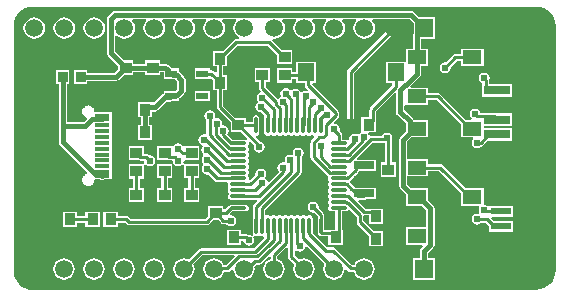
<source format=gtl>
8ebc24da6004435dabba0e82d969f979G04 Layer: TopLayer*
G04 EasyEDA v6.5.9, 2022-08-01 21:18:00*
G04 ac5e******************************************aa,10*
G04 Gerber Generator version 0.2*
G04 Scale: 100 percent, Rotated: No, Reflected: No *
G04 Dimensions in millimeters *
G04 leading zeros omitted , absolute positions ,4 integer and 5 decimal *
G04*
G04 #@! TF.GenerationSoftware,Altium Limited,Altium Designer,20.2.6 (244)*
G04*
G04 Layer_Physical_Order=1*
G04 Layer_Color=255*
%FSLAX25Y25*%
%MOIN*%
G70*
G04*
G04 #@! TF.SameCoordinates,744AB118-50EF-4DE2-90F7-856F24CC491D*
G04*
G04*
G04 #@! TF.FilePolarity,Positive*
G04*
G01*
G75*
%ADD11C,0.01000*%
%ADD16R,0.03661X0.03858*%
%ADD17R,0.06690X0.02560*%
%ADD18R,0.06690X0.01970*%
%ADD19R,0.06299X0.04724*%
%ADD20R,0.03858X0.03661*%
%ADD21R,0.09840X0.09250*%
%ADD22R,0.08660X0.03150*%
%ADD23O,0.05906X0.01063*%
%ADD24O,0.01063X0.05906*%
%ADD25R,0.05118X0.01181*%
%ADD26R,0.03175X0.03402*%
%ADD27R,0.06690X0.02360*%
%ADD28R,0.11420X0.05120*%
%ADD29R,0.05512X0.05906*%
%ADD30R,0.03937X0.02362*%
%ADD50C,0.01500*%
%ADD51O,0.07087X0.04724*%
%ADD52O,0.07874X0.04724*%
%ADD53C,0.05906*%
%ADD54R,0.05906X0.05906*%
%ADD55C,0.02400*%
G36*
X514245Y348758D02*
X515442Y348395D01*
X516545Y347805D01*
X517512Y347012D01*
X518305Y346045D01*
X518895Y344942D01*
X519258Y343745D01*
X519380Y342508D01*
X519378Y342500D01*
Y260900D01*
X519380Y260892D01*
X519258Y259655D01*
X518895Y258458D01*
X518305Y257355D01*
X517512Y256388D01*
X516545Y255595D01*
X515442Y255005D01*
X514245Y254642D01*
X513481Y254567D01*
X513000Y254522D01*
X512571Y254436D01*
X512549Y254421D01*
X345000D01*
X344992Y254420D01*
X343755Y254542D01*
X342558Y254905D01*
X341455Y255495D01*
X340488Y256288D01*
X339695Y257255D01*
X339105Y258358D01*
X338742Y259555D01*
X338620Y260792D01*
X338621Y260800D01*
Y342500D01*
X338620Y342508D01*
X338742Y343745D01*
X339105Y344942D01*
X339695Y346045D01*
X340488Y347012D01*
X341455Y347805D01*
X342558Y348395D01*
X343755Y348758D01*
X344992Y348880D01*
X345000Y348879D01*
X513000D01*
X513008Y348880D01*
X514245Y348758D01*
D02*
G37*
%LPC*%
G36*
X365500Y345268D02*
X364573Y345146D01*
X363708Y344788D01*
X362966Y344219D01*
X362397Y343477D01*
X362039Y342612D01*
X361917Y341685D01*
X362039Y340757D01*
X362397Y339893D01*
X362966Y339151D01*
X363708Y338582D01*
X364573Y338224D01*
X365500Y338102D01*
X366427Y338224D01*
X367292Y338582D01*
X368034Y339151D01*
X368603Y339893D01*
X368961Y340757D01*
X369083Y341685D01*
X368961Y342612D01*
X368603Y343477D01*
X368034Y344219D01*
X367292Y344788D01*
X366427Y345146D01*
X365500Y345268D01*
D02*
G37*
G36*
X355500D02*
X354573Y345146D01*
X353708Y344788D01*
X352966Y344219D01*
X352397Y343477D01*
X352039Y342612D01*
X351917Y341685D01*
X352039Y340757D01*
X352397Y339893D01*
X352966Y339151D01*
X353708Y338582D01*
X354573Y338224D01*
X355500Y338102D01*
X356427Y338224D01*
X357292Y338582D01*
X358034Y339151D01*
X358603Y339893D01*
X358961Y340757D01*
X359083Y341685D01*
X358961Y342612D01*
X358603Y343477D01*
X358034Y344219D01*
X357292Y344788D01*
X356427Y345146D01*
X355500Y345268D01*
D02*
G37*
G36*
X345500D02*
X344573Y345146D01*
X343708Y344788D01*
X342966Y344219D01*
X342397Y343477D01*
X342039Y342612D01*
X341917Y341685D01*
X342039Y340757D01*
X342397Y339893D01*
X342966Y339151D01*
X343708Y338582D01*
X344573Y338224D01*
X345500Y338102D01*
X346427Y338224D01*
X347292Y338582D01*
X348034Y339151D01*
X348603Y339893D01*
X348961Y340757D01*
X349083Y341685D01*
X348961Y342612D01*
X348603Y343477D01*
X348034Y344219D01*
X347292Y344788D01*
X346427Y345146D01*
X345500Y345268D01*
D02*
G37*
G36*
X495302Y334859D02*
X487802D01*
Y333018D01*
X485897D01*
X485896Y333018D01*
X485467Y332933D01*
X485103Y332690D01*
X485103Y332689D01*
X482708Y330294D01*
X482500Y330335D01*
X481798Y330196D01*
X481202Y329798D01*
X480804Y329202D01*
X480665Y328500D01*
X480804Y327798D01*
X481202Y327202D01*
X481798Y326804D01*
X482500Y326665D01*
X483202Y326804D01*
X483798Y327202D01*
X484196Y327798D01*
X484335Y328500D01*
X484294Y328708D01*
X486361Y330775D01*
X487802D01*
Y328934D01*
X495302D01*
Y334859D01*
D02*
G37*
G36*
X495500Y326835D02*
X494798Y326696D01*
X494202Y326298D01*
X493804Y325702D01*
X493665Y325000D01*
X493804Y324298D01*
X494202Y323702D01*
X494798Y323304D01*
X494908Y323282D01*
Y322105D01*
X494908Y322105D01*
X494930Y321997D01*
Y318855D01*
X504790D01*
Y323205D01*
X497152D01*
Y324232D01*
X497196Y324298D01*
X497335Y325000D01*
X497196Y325702D01*
X496798Y326298D01*
X496202Y326696D01*
X495500Y326835D01*
D02*
G37*
G36*
X404069Y320801D02*
X398932D01*
Y317239D01*
X404069D01*
Y320801D01*
D02*
G37*
G36*
X465500Y342807D02*
X465071Y342721D01*
X464707Y342478D01*
X450144Y327915D01*
X449901Y327551D01*
X449815Y327122D01*
X449815Y327122D01*
Y309500D01*
X449901Y309071D01*
X450144Y308707D01*
X450508Y308464D01*
X450937Y308379D01*
X451366Y308464D01*
X451730Y308707D01*
X451973Y309071D01*
X452059Y309500D01*
Y326657D01*
X466293Y340892D01*
X466536Y341256D01*
X466622Y341685D01*
X466536Y342114D01*
X466293Y342478D01*
X465929Y342721D01*
X465500Y342807D01*
D02*
G37*
G36*
X372366Y347364D02*
X371840Y347259D01*
X371393Y346961D01*
X370027Y345595D01*
X369728Y345148D01*
X369623Y344621D01*
Y333500D01*
X369728Y332973D01*
X370027Y332527D01*
X373471Y329082D01*
Y328016D01*
X372331Y326876D01*
X363188D01*
Y327801D01*
X358812D01*
Y323199D01*
X363188D01*
Y324124D01*
X372902D01*
X373428Y324228D01*
X373875Y324527D01*
X375417Y326069D01*
X378529D01*
Y327123D01*
X382471D01*
Y326069D01*
X387529D01*
Y327123D01*
X388596D01*
X388668Y327051D01*
Y326931D01*
X388695Y326798D01*
Y324719D01*
X391561D01*
X391694Y324692D01*
X391694Y324693D01*
X392443D01*
X393205Y323930D01*
Y321431D01*
X392601Y320828D01*
X391694D01*
X391561Y320801D01*
X388695D01*
Y319899D01*
X388500Y319861D01*
X388053Y319562D01*
X385431Y316940D01*
X384931Y317029D01*
Y317029D01*
X380069D01*
Y311971D01*
X381123D01*
Y309529D01*
X380069D01*
Y304471D01*
X384931D01*
Y309529D01*
X383876D01*
Y311971D01*
X384931D01*
Y313876D01*
X385690D01*
X386216Y313980D01*
X386663Y314279D01*
X389597Y317212D01*
X390832D01*
X390965Y317239D01*
X393831D01*
Y318268D01*
X394145Y318478D01*
X395555Y319888D01*
X395853Y320334D01*
X395958Y320861D01*
X395958Y320861D01*
Y324500D01*
X395853Y325027D01*
X395555Y325474D01*
X395555Y325474D01*
X393986Y327042D01*
X393831Y327146D01*
Y328281D01*
X391227D01*
X391018Y328595D01*
X390139Y329473D01*
X389693Y329772D01*
X389166Y329876D01*
X387529D01*
Y330931D01*
X382471D01*
Y329876D01*
X378529D01*
Y330931D01*
X375516D01*
X372376Y334070D01*
Y339098D01*
X372877Y339268D01*
X372966Y339151D01*
X373708Y338582D01*
X374573Y338224D01*
X375500Y338102D01*
X376427Y338224D01*
X377292Y338582D01*
X378034Y339151D01*
X378603Y339893D01*
X378961Y340757D01*
X379083Y341685D01*
X378961Y342612D01*
X378603Y343477D01*
X378116Y344111D01*
X378278Y344611D01*
X382722D01*
X382884Y344111D01*
X382397Y343477D01*
X382039Y342612D01*
X381917Y341685D01*
X382039Y340757D01*
X382397Y339893D01*
X382966Y339151D01*
X383708Y338582D01*
X384573Y338224D01*
X385500Y338102D01*
X386427Y338224D01*
X387292Y338582D01*
X388034Y339151D01*
X388603Y339893D01*
X388961Y340757D01*
X389083Y341685D01*
X388961Y342612D01*
X388603Y343477D01*
X388116Y344111D01*
X388278Y344611D01*
X392722D01*
X392884Y344111D01*
X392397Y343477D01*
X392039Y342612D01*
X391917Y341685D01*
X392039Y340757D01*
X392397Y339893D01*
X392966Y339151D01*
X393708Y338582D01*
X394573Y338224D01*
X395500Y338102D01*
X396427Y338224D01*
X397292Y338582D01*
X398034Y339151D01*
X398603Y339893D01*
X398961Y340757D01*
X399083Y341685D01*
X398961Y342612D01*
X398603Y343477D01*
X398116Y344111D01*
X398278Y344611D01*
X402722D01*
X402884Y344111D01*
X402397Y343477D01*
X402039Y342612D01*
X401917Y341685D01*
X402039Y340757D01*
X402397Y339893D01*
X402966Y339151D01*
X403708Y338582D01*
X404573Y338224D01*
X405500Y338102D01*
X406427Y338224D01*
X407292Y338582D01*
X408034Y339151D01*
X408603Y339893D01*
X408961Y340757D01*
X409083Y341685D01*
X408961Y342612D01*
X408603Y343477D01*
X408116Y344111D01*
X408278Y344611D01*
X412722D01*
X412884Y344111D01*
X412397Y343477D01*
X412039Y342612D01*
X411917Y341685D01*
X412039Y340757D01*
X412397Y339893D01*
X412966Y339151D01*
X413656Y338621D01*
X413651Y338445D01*
X413515Y338122D01*
X412839D01*
X412409Y338036D01*
X412045Y337793D01*
X412045Y337793D01*
X408282Y334029D01*
X405006D01*
Y328971D01*
X406316D01*
Y326959D01*
X405854Y326768D01*
X405329Y327293D01*
X404965Y327536D01*
X404535Y327622D01*
X404069Y327642D01*
Y328281D01*
X398932D01*
Y324719D01*
X404069D01*
Y324719D01*
X404568Y324881D01*
X405006Y324443D01*
Y320971D01*
X406316D01*
Y315402D01*
X406315Y315402D01*
X406401Y314972D01*
X406644Y314609D01*
X410971Y310282D01*
Y307006D01*
X414443D01*
X416565Y304884D01*
X416278Y304464D01*
X415957Y304528D01*
X411547D01*
X409828Y306247D01*
X410196Y306798D01*
X410335Y307500D01*
X410196Y308202D01*
X409798Y308798D01*
X409202Y309196D01*
X408500Y309335D01*
X408161Y309675D01*
X408198Y309863D01*
X408058Y310565D01*
X407661Y311161D01*
X407065Y311558D01*
X406363Y311698D01*
X406157Y311657D01*
X405753Y312087D01*
X405835Y312500D01*
X405696Y313202D01*
X405298Y313798D01*
X404702Y314196D01*
X404000Y314335D01*
X403298Y314196D01*
X402702Y313798D01*
X402304Y313202D01*
X402165Y312500D01*
X402304Y311798D01*
X402702Y311202D01*
X402879Y311085D01*
Y306633D01*
X402378Y306260D01*
X402000Y306335D01*
X401298Y306196D01*
X400702Y305798D01*
X400304Y305202D01*
X400165Y304500D01*
X400304Y303798D01*
X400702Y303202D01*
X401298Y302804D01*
X401500Y302764D01*
X401590Y302556D01*
X401653Y302224D01*
X401304Y301702D01*
X401165Y301000D01*
X401304Y300298D01*
X401702Y299702D01*
X401776Y299653D01*
X401757Y299064D01*
X401431Y298576D01*
X401291Y297874D01*
X401431Y297171D01*
X401829Y296576D01*
X401931Y296508D01*
Y296095D01*
X401869Y295948D01*
X401493Y295385D01*
X401353Y294683D01*
X401493Y293981D01*
X401891Y293385D01*
X402486Y292987D01*
X403188Y292848D01*
X403504Y292910D01*
X405644Y290770D01*
X405644Y290770D01*
X406008Y290527D01*
X406437Y290441D01*
X406437Y290441D01*
X409719D01*
X409851Y290279D01*
X410030Y289941D01*
X409961Y289594D01*
X410049Y289153D01*
X410177Y288961D01*
X410259Y288610D01*
X410177Y288259D01*
X410049Y288068D01*
X409961Y287626D01*
X410049Y287185D01*
X410299Y286810D01*
Y286473D01*
X410049Y286099D01*
X409961Y285657D01*
X410049Y285215D01*
X410299Y284841D01*
X410673Y284591D01*
X411115Y284503D01*
X415957D01*
X416119Y284535D01*
X419640D01*
X419831Y284073D01*
X418648Y282890D01*
X418405Y282526D01*
X418319Y282097D01*
X418319Y282097D01*
Y278398D01*
X418287Y278236D01*
Y273394D01*
X418375Y272952D01*
X418452Y272837D01*
X418502Y272763D01*
X418141Y272402D01*
X418063Y272455D01*
X417702Y272696D01*
X417000Y272835D01*
X416792Y272794D01*
X416429Y273036D01*
X416000Y273122D01*
X416000Y273122D01*
X414494D01*
Y274529D01*
X409632D01*
Y269471D01*
X414494D01*
Y270879D01*
X415189D01*
X415304Y270298D01*
X415702Y269702D01*
X416298Y269304D01*
X417000Y269165D01*
X417702Y269304D01*
X418298Y269702D01*
X418696Y270298D01*
X418835Y271000D01*
X418696Y271702D01*
X418471Y272039D01*
X418421Y272113D01*
X418782Y272474D01*
X418860Y272421D01*
X418999Y272328D01*
X419441Y272240D01*
X419882Y272328D01*
X420074Y272456D01*
X420426Y272538D01*
X420777Y272456D01*
X420968Y272328D01*
X421410Y272240D01*
X421769Y272311D01*
X421946Y272221D01*
X422044Y271891D01*
X422011Y271597D01*
X418705Y268291D01*
X401169D01*
X401169Y268291D01*
X400740Y268205D01*
X400376Y267962D01*
X396998Y264584D01*
X396327Y264861D01*
X395400Y264983D01*
X394473Y264861D01*
X393608Y264503D01*
X392866Y263934D01*
X392297Y263192D01*
X391939Y262327D01*
X391817Y261400D01*
X391939Y260473D01*
X392297Y259608D01*
X392866Y258866D01*
X393608Y258297D01*
X394473Y257939D01*
X395400Y257817D01*
X396327Y257939D01*
X397192Y258297D01*
X397934Y258866D01*
X398503Y259608D01*
X398861Y260473D01*
X398983Y261400D01*
X398861Y262327D01*
X398584Y262998D01*
X401634Y266048D01*
X412077D01*
X412268Y265586D01*
X409388Y262706D01*
X408705D01*
X408503Y263192D01*
X407934Y263934D01*
X407192Y264503D01*
X406327Y264861D01*
X405400Y264983D01*
X404473Y264861D01*
X403608Y264503D01*
X402866Y263934D01*
X402297Y263192D01*
X401939Y262327D01*
X401817Y261400D01*
X401939Y260473D01*
X402297Y259608D01*
X402866Y258866D01*
X403608Y258297D01*
X404473Y257939D01*
X405400Y257817D01*
X406327Y257939D01*
X407192Y258297D01*
X407934Y258866D01*
X408503Y259608D01*
X408857Y260463D01*
X409853D01*
X409853Y260463D01*
X410282Y260548D01*
X410646Y260791D01*
X411369Y261514D01*
X411833Y261272D01*
X411939Y260473D01*
X412297Y259608D01*
X412866Y258866D01*
X413608Y258297D01*
X414472Y257939D01*
X415400Y257817D01*
X416327Y257939D01*
X417192Y258297D01*
X417934Y258866D01*
X418503Y259608D01*
X418861Y260473D01*
X418983Y261400D01*
X418886Y262141D01*
X419592Y262848D01*
X420495D01*
X420495Y262848D01*
X420924Y262933D01*
X421288Y263176D01*
X423778Y265667D01*
X424278Y265460D01*
Y264781D01*
X423608Y264503D01*
X422866Y263934D01*
X422297Y263192D01*
X421939Y262327D01*
X421817Y261400D01*
X421939Y260473D01*
X422297Y259608D01*
X422866Y258866D01*
X423608Y258297D01*
X424473Y257939D01*
X425400Y257817D01*
X426328Y257939D01*
X427192Y258297D01*
X427934Y258866D01*
X428503Y259608D01*
X428861Y260473D01*
X428983Y261400D01*
X428861Y262327D01*
X428503Y263192D01*
X427934Y263934D01*
X427192Y264503D01*
X426522Y264781D01*
Y265646D01*
X429631Y268754D01*
X430130Y268547D01*
Y265548D01*
X430130Y265548D01*
X430216Y265119D01*
X430459Y264755D01*
X432216Y262998D01*
X431939Y262327D01*
X431817Y261400D01*
X431939Y260473D01*
X432297Y259608D01*
X432866Y258866D01*
X433608Y258297D01*
X434473Y257939D01*
X435400Y257817D01*
X436328Y257939D01*
X437192Y258297D01*
X437934Y258866D01*
X438503Y259608D01*
X438861Y260473D01*
X438983Y261400D01*
X438861Y262327D01*
X438503Y263192D01*
X437934Y263934D01*
X437192Y264503D01*
X436328Y264861D01*
X435400Y264983D01*
X434473Y264861D01*
X433802Y264584D01*
X432374Y266013D01*
Y267363D01*
X432873Y267588D01*
X433298Y267304D01*
X434000Y267165D01*
X434702Y267304D01*
X435298Y267702D01*
X435696Y268298D01*
X435781Y268726D01*
X436323Y268891D01*
X442216Y262998D01*
X441939Y262327D01*
X441817Y261400D01*
X441939Y260473D01*
X442297Y259608D01*
X442866Y258866D01*
X443608Y258297D01*
X444473Y257939D01*
X445400Y257817D01*
X446327Y257939D01*
X447192Y258297D01*
X447934Y258866D01*
X448503Y259608D01*
X448861Y260473D01*
X448967Y261272D01*
X449431Y261514D01*
X450154Y260791D01*
X450154Y260791D01*
X450518Y260548D01*
X450947Y260463D01*
X450947Y260463D01*
X451943D01*
X452297Y259608D01*
X452866Y258866D01*
X453608Y258297D01*
X454472Y257939D01*
X455400Y257817D01*
X456327Y257939D01*
X457192Y258297D01*
X457934Y258866D01*
X458503Y259608D01*
X458861Y260473D01*
X458983Y261400D01*
X458861Y262327D01*
X458503Y263192D01*
X457934Y263934D01*
X457192Y264503D01*
X456327Y264861D01*
X455400Y264983D01*
X454472Y264861D01*
X453608Y264503D01*
X452866Y263934D01*
X452297Y263192D01*
X452095Y262706D01*
X451412D01*
X445796Y268321D01*
X445432Y268565D01*
X445003Y268650D01*
X445003Y268650D01*
X443149D01*
X438312Y273487D01*
Y278236D01*
X438224Y278678D01*
X437974Y279052D01*
X437600Y279302D01*
X437158Y279390D01*
X436717Y279302D01*
X436525Y279174D01*
X436173Y279092D01*
X435822Y279174D01*
X435631Y279302D01*
X435189Y279390D01*
X434748Y279302D01*
X434556Y279174D01*
X434205Y279092D01*
X433854Y279174D01*
X433663Y279302D01*
X433221Y279390D01*
X432780Y279302D01*
X432588Y279174D01*
X432236Y279092D01*
X431885Y279174D01*
X431694Y279302D01*
X431252Y279390D01*
X430810Y279302D01*
X430619Y279174D01*
X430268Y279092D01*
X429917Y279174D01*
X429726Y279302D01*
X429284Y279390D01*
X428842Y279302D01*
X428651Y279174D01*
X428300Y279092D01*
X427948Y279174D01*
X427757Y279302D01*
X427315Y279390D01*
X426873Y279302D01*
X426682Y279174D01*
X426331Y279092D01*
X425980Y279174D01*
X425788Y279302D01*
X425347Y279390D01*
X424905Y279302D01*
X424714Y279174D01*
X424363Y279092D01*
X424011Y279174D01*
X423819Y279302D01*
X423378Y279390D01*
X423032Y279321D01*
X422692Y279502D01*
X422532Y279633D01*
Y281123D01*
X434293Y292885D01*
X434293Y292885D01*
X434536Y293249D01*
X434622Y293678D01*
Y298585D01*
X434798Y298702D01*
X435196Y299298D01*
X435335Y300000D01*
X435196Y300702D01*
X434798Y301298D01*
X434202Y301696D01*
X433500Y301835D01*
X432798Y301696D01*
X432202Y301298D01*
X431804Y300702D01*
X431665Y300000D01*
X431706Y299790D01*
X431278Y299381D01*
X430874Y299462D01*
X430171Y299322D01*
X429576Y298924D01*
X429178Y298329D01*
X429038Y297626D01*
X429098Y297327D01*
X428673Y296902D01*
X428374Y296962D01*
X427671Y296822D01*
X427076Y296424D01*
X426678Y295829D01*
X426538Y295126D01*
X426678Y294424D01*
X427044Y293877D01*
X423714Y290547D01*
X423241Y290656D01*
X423182Y290723D01*
X422798Y291298D01*
X422298Y291632D01*
Y291702D01*
X422696Y292298D01*
X422835Y293000D01*
X422696Y293702D01*
X422298Y294298D01*
X421702Y294696D01*
X421000Y294835D01*
X420298Y294696D01*
X419702Y294298D01*
X419304Y293702D01*
X419165Y293000D01*
X419206Y292792D01*
X417532Y291118D01*
X417071Y291365D01*
X417111Y291563D01*
X417023Y292004D01*
X416895Y292196D01*
X416813Y292547D01*
X416895Y292898D01*
X417023Y293090D01*
X417111Y293531D01*
X417023Y293972D01*
X416773Y294347D01*
Y294684D01*
X417023Y295058D01*
X417111Y295500D01*
X417023Y295941D01*
X416895Y296133D01*
X416813Y296484D01*
X416895Y296835D01*
X417023Y297026D01*
X417111Y297468D01*
X417023Y297909D01*
X416773Y298284D01*
Y298621D01*
X417023Y298995D01*
X417111Y299437D01*
X417023Y299879D01*
X416773Y300253D01*
Y300589D01*
X417023Y300963D01*
X417111Y301405D01*
X417023Y301847D01*
X416773Y302221D01*
Y302558D01*
X417023Y302933D01*
X417111Y303374D01*
X417047Y303695D01*
X417468Y303982D01*
X418795Y302654D01*
X418665Y302000D01*
X418804Y301298D01*
X419202Y300702D01*
X419798Y300304D01*
X420500Y300165D01*
X421202Y300304D01*
X421798Y300702D01*
X422196Y301298D01*
X422335Y302000D01*
X422196Y302702D01*
X421798Y303298D01*
X421202Y303696D01*
X420857Y303764D01*
X419397Y305224D01*
X419405Y305313D01*
X419594Y305734D01*
X419882Y305792D01*
X420257Y306042D01*
X420507Y306416D01*
X420595Y306858D01*
Y311700D01*
X420507Y312142D01*
X420257Y312516D01*
X419882Y312766D01*
X419441Y312854D01*
X418999Y312766D01*
X418625Y312516D01*
X418375Y312142D01*
X418287Y311700D01*
Y310401D01*
X416029D01*
Y311868D01*
X412557D01*
X408559Y315866D01*
Y320971D01*
X409868D01*
Y326029D01*
X408559D01*
Y328971D01*
X409868D01*
Y332443D01*
X413303Y335878D01*
X423437D01*
X426471Y332845D01*
Y329569D01*
X431529D01*
Y334431D01*
X428057D01*
X424798Y337690D01*
X424994Y338159D01*
X425000Y338167D01*
X425500Y338102D01*
X426428Y338224D01*
X427292Y338582D01*
X428034Y339151D01*
X428603Y339893D01*
X428961Y340757D01*
X429083Y341685D01*
X428961Y342612D01*
X428603Y343477D01*
X428116Y344111D01*
X428278Y344611D01*
X432722D01*
X432884Y344111D01*
X432397Y343477D01*
X432039Y342612D01*
X431917Y341685D01*
X432039Y340757D01*
X432397Y339893D01*
X432966Y339151D01*
X433708Y338582D01*
X434573Y338224D01*
X435500Y338102D01*
X436427Y338224D01*
X437292Y338582D01*
X438034Y339151D01*
X438603Y339893D01*
X438961Y340757D01*
X439083Y341685D01*
X438961Y342612D01*
X438603Y343477D01*
X438116Y344111D01*
X438278Y344611D01*
X442722D01*
X442884Y344111D01*
X442397Y343477D01*
X442039Y342612D01*
X441917Y341685D01*
X442039Y340757D01*
X442397Y339893D01*
X442966Y339151D01*
X443708Y338582D01*
X444572Y338224D01*
X445500Y338102D01*
X446427Y338224D01*
X447292Y338582D01*
X448034Y339151D01*
X448603Y339893D01*
X448961Y340757D01*
X449083Y341685D01*
X448961Y342612D01*
X448603Y343477D01*
X448116Y344111D01*
X448278Y344611D01*
X452722D01*
X452884Y344111D01*
X452397Y343477D01*
X452039Y342612D01*
X451917Y341685D01*
X452039Y340757D01*
X452397Y339893D01*
X452966Y339151D01*
X453708Y338582D01*
X454572Y338224D01*
X455500Y338102D01*
X456427Y338224D01*
X457292Y338582D01*
X458034Y339151D01*
X458603Y339893D01*
X458961Y340757D01*
X459083Y341685D01*
X458961Y342612D01*
X458603Y343477D01*
X458116Y344111D01*
X458278Y344611D01*
X470627D01*
X471947Y343291D01*
Y340016D01*
X471776Y339760D01*
X471672Y339233D01*
Y334859D01*
X469298D01*
Y330553D01*
X462604D01*
Y323447D01*
X464839D01*
Y322541D01*
X457538Y315240D01*
X457295Y314876D01*
X457209Y314447D01*
X457209Y314447D01*
Y312029D01*
X454569D01*
Y307153D01*
X454032Y306794D01*
X453789Y306430D01*
X453634Y306199D01*
X453148Y306303D01*
X452988Y306410D01*
X452285Y306550D01*
X451583Y306410D01*
X450988Y306012D01*
X450590Y305417D01*
X450450Y304715D01*
X450465Y304639D01*
X450015Y304338D01*
X449863Y304440D01*
X449421Y304528D01*
X448122D01*
Y306173D01*
X448122Y306174D01*
X448036Y306603D01*
X447793Y306967D01*
X447793Y306967D01*
X447284Y307476D01*
X447388Y308000D01*
X447248Y308702D01*
X446850Y309298D01*
X446255Y309696D01*
X445616Y309823D01*
X445489Y310037D01*
X445401Y310315D01*
X446879Y311793D01*
X446879Y311793D01*
X447122Y312157D01*
X447207Y312586D01*
Y313414D01*
X447207Y313414D01*
X447122Y313843D01*
X446879Y314207D01*
X438139Y322947D01*
X438346Y323447D01*
X439396D01*
Y330553D01*
X432684D01*
Y327059D01*
X431529D01*
Y328368D01*
X426471D01*
Y323506D01*
X431529D01*
Y324816D01*
X432684D01*
Y323447D01*
X435745D01*
Y322633D01*
X435745Y322633D01*
X435831Y322204D01*
X436074Y321840D01*
X436710Y321204D01*
X436464Y320743D01*
X436200Y320796D01*
X435498Y320656D01*
X434902Y320258D01*
X434856Y320189D01*
X434325Y320295D01*
X434319Y320326D01*
X433921Y320921D01*
X433326Y321319D01*
X432624Y321459D01*
X431921Y321319D01*
X431326Y320921D01*
X430780Y321004D01*
X430662Y321181D01*
X430067Y321578D01*
X429365Y321718D01*
X428662Y321578D01*
X428067Y321181D01*
X427669Y320585D01*
X427529Y319883D01*
X427669Y319180D01*
X427689Y319151D01*
X427551Y318533D01*
X427210Y318305D01*
X427158Y318228D01*
X426660Y318179D01*
X422622Y322217D01*
Y323569D01*
X424029D01*
Y328431D01*
X418971D01*
Y323569D01*
X420378D01*
Y321753D01*
X420378Y321753D01*
X420464Y321323D01*
X420707Y320960D01*
X420953Y320714D01*
X420844Y320241D01*
X420777Y320182D01*
X420202Y319798D01*
X419804Y319202D01*
X419665Y318500D01*
X419804Y317798D01*
X420202Y317202D01*
Y317132D01*
X419702Y316798D01*
X419304Y316202D01*
X419165Y315500D01*
X419304Y314798D01*
X419702Y314202D01*
X420298Y313804D01*
X421000Y313665D01*
X421208Y313706D01*
X422244Y312669D01*
Y311801D01*
X422224Y311700D01*
Y306858D01*
X422312Y306416D01*
X422562Y306042D01*
X422936Y305792D01*
X423378Y305704D01*
X423819Y305792D01*
X424011Y305920D01*
X424363Y306002D01*
X424714Y305920D01*
X424905Y305792D01*
X425347Y305704D01*
X425788Y305792D01*
X425980Y305920D01*
X426331Y306002D01*
X426682Y305920D01*
X426873Y305792D01*
X427315Y305704D01*
X427757Y305792D01*
X427948Y305920D01*
X428300Y306002D01*
X428651Y305920D01*
X428842Y305792D01*
X429284Y305704D01*
X429726Y305792D01*
X429917Y305920D01*
X430268Y306002D01*
X430619Y305920D01*
X430810Y305792D01*
X431252Y305704D01*
X431694Y305792D01*
X431885Y305920D01*
X432236Y306002D01*
X432588Y305920D01*
X432780Y305792D01*
X433221Y305704D01*
X433663Y305792D01*
X433854Y305920D01*
X434205Y306002D01*
X434556Y305920D01*
X434748Y305792D01*
X435189Y305704D01*
X435631Y305792D01*
X435822Y305920D01*
X436173Y306002D01*
X436525Y305920D01*
X436717Y305792D01*
X437158Y305704D01*
X437600Y305792D01*
X437791Y305920D01*
X438142Y306002D01*
X438493Y305920D01*
X438685Y305792D01*
X438736Y305782D01*
X438900Y305239D01*
X437907Y304246D01*
X437664Y303882D01*
X437578Y303453D01*
X437578Y303453D01*
Y298777D01*
X437578Y298777D01*
X437664Y298347D01*
X437907Y297984D01*
X443141Y292750D01*
X443141Y292750D01*
X443504Y292507D01*
X443513Y292004D01*
X443425Y291563D01*
X443513Y291122D01*
X443763Y290747D01*
Y290410D01*
X443513Y290036D01*
X443425Y289594D01*
X443513Y289153D01*
X443641Y288961D01*
X443723Y288610D01*
X443641Y288259D01*
X443513Y288068D01*
X443425Y287626D01*
X443513Y287185D01*
X443763Y286810D01*
Y286473D01*
X443513Y286099D01*
X443425Y285657D01*
X443513Y285215D01*
X443641Y285024D01*
X443723Y284673D01*
X443641Y284322D01*
X443513Y284131D01*
X443425Y283689D01*
X443513Y283247D01*
X443763Y282873D01*
Y282536D01*
X443513Y282161D01*
X443425Y281720D01*
X443513Y281278D01*
X443763Y280904D01*
X444137Y280654D01*
X444579Y280566D01*
X445878D01*
Y274529D01*
X444778D01*
X444669Y274551D01*
X444669Y274551D01*
X442249D01*
Y278236D01*
X442205Y278458D01*
Y279417D01*
X442119Y279846D01*
X441876Y280210D01*
X441876Y280210D01*
X440294Y281792D01*
X440335Y282000D01*
X440196Y282702D01*
X439798Y283298D01*
X439202Y283696D01*
X438500Y283835D01*
X437798Y283696D01*
X437202Y283298D01*
X436804Y282702D01*
X436665Y282000D01*
X436804Y281298D01*
X437202Y280702D01*
X437798Y280304D01*
X438500Y280165D01*
X438708Y280206D01*
X439961Y278953D01*
Y278337D01*
X439941Y278236D01*
Y273394D01*
X440029Y272952D01*
X440279Y272578D01*
X440654Y272328D01*
X441095Y272240D01*
X441434Y272308D01*
X443569D01*
Y269471D01*
X448431D01*
Y274529D01*
X448122D01*
Y280566D01*
X449421D01*
X449863Y280654D01*
X450237Y280904D01*
X450243Y280913D01*
X450886Y280976D01*
X453012Y278851D01*
Y276965D01*
X453012Y276965D01*
X453097Y276536D01*
X453340Y276172D01*
X457069Y272443D01*
Y268971D01*
X461931D01*
Y274029D01*
X458655D01*
X455255Y277430D01*
Y278837D01*
X455450Y279308D01*
X455450Y279308D01*
X457069D01*
Y276471D01*
X461931D01*
Y281529D01*
X458278D01*
X458169Y281551D01*
X458169Y281551D01*
X455915D01*
X453527Y283939D01*
X453734Y284438D01*
X455500D01*
X455929Y284524D01*
X456163Y284680D01*
X459445D01*
Y288440D01*
X452501D01*
X452034Y288907D01*
X452034Y288907D01*
X452034Y288907D01*
X450737Y290204D01*
X450707Y290708D01*
X450764Y290844D01*
X453448Y293528D01*
X453448Y293528D01*
X453691Y293891D01*
X453737Y294120D01*
X459445D01*
Y297880D01*
X453205D01*
X453014Y298342D01*
X458172Y303500D01*
X461911D01*
X462298Y303241D01*
X462378Y303225D01*
Y296931D01*
X460971D01*
Y292069D01*
X466029D01*
Y296931D01*
X464622D01*
Y304058D01*
X464622Y304058D01*
X464611Y304109D01*
X464696Y304235D01*
X464835Y304937D01*
X464696Y305639D01*
X464298Y306235D01*
X463702Y306633D01*
X463000Y306772D01*
X462298Y306633D01*
X461702Y306235D01*
X461374Y305743D01*
X457707D01*
X457707Y305743D01*
X457629Y305727D01*
X457052Y306062D01*
X457025Y306199D01*
X456843Y306471D01*
X457111Y306971D01*
X459431D01*
Y310722D01*
X459452Y310831D01*
X459452Y310831D01*
Y313982D01*
X465662Y320192D01*
X466123Y320000D01*
Y313744D01*
X466228Y313218D01*
X466527Y312771D01*
X469272Y310026D01*
Y309809D01*
X469298Y309676D01*
Y307181D01*
X467575Y305458D01*
X467277Y305011D01*
X467172Y304484D01*
Y289074D01*
X467277Y288547D01*
X467575Y288101D01*
X469308Y286368D01*
Y282390D01*
X474861D01*
X476181Y281070D01*
Y275321D01*
X469308D01*
Y269397D01*
X474917D01*
X475108Y268935D01*
X474427Y268254D01*
X474128Y267807D01*
X474023Y267281D01*
Y264953D01*
X471847D01*
Y257847D01*
X478953D01*
Y264953D01*
X476777D01*
Y266710D01*
X478531Y268464D01*
X478829Y268911D01*
X478934Y269438D01*
Y281640D01*
X478829Y282167D01*
X478531Y282613D01*
X478531Y282613D01*
X476807Y284337D01*
Y288314D01*
X471255D01*
X469925Y289644D01*
Y292241D01*
X476798D01*
Y294082D01*
X480458D01*
X487812Y286728D01*
Y282390D01*
X493663D01*
X493930Y281890D01*
X493804Y281702D01*
X493665Y281000D01*
X493804Y280298D01*
X493861Y280214D01*
X493560Y279764D01*
X493200Y279835D01*
X492498Y279696D01*
X491902Y279298D01*
X491504Y278702D01*
X491365Y278000D01*
X491504Y277298D01*
X491902Y276702D01*
X492498Y276304D01*
X493200Y276165D01*
X493902Y276304D01*
X494498Y276702D01*
X494615Y276878D01*
X496010D01*
X497055Y275834D01*
Y273860D01*
X504945D01*
Y277420D01*
X498641D01*
X497743Y278318D01*
X497934Y278780D01*
X504945D01*
Y282340D01*
X497055D01*
X497055Y282340D01*
X496594Y282434D01*
X496202Y282696D01*
X495500Y282835D01*
X495311Y282990D01*
Y288314D01*
X489398D01*
X481716Y295997D01*
X481352Y296240D01*
X480923Y296325D01*
X480923Y296325D01*
X476798D01*
Y298166D01*
X469925D01*
Y303914D01*
X471245Y305234D01*
X476798D01*
Y311159D01*
X471896D01*
X471622Y311569D01*
X471622Y311569D01*
X468877Y314315D01*
Y315753D01*
X469298Y315941D01*
X476798D01*
Y317782D01*
X479593D01*
X487802Y309573D01*
Y305234D01*
X491656D01*
X491788Y305001D01*
X491860Y304734D01*
X491504Y304202D01*
X491365Y303500D01*
X491504Y302798D01*
X491902Y302202D01*
X492498Y301804D01*
X493200Y301665D01*
X493902Y301804D01*
X494498Y302202D01*
X494658Y302443D01*
X494764Y302464D01*
X495128Y302707D01*
X496516Y304095D01*
X504790D01*
Y308445D01*
X495302D01*
Y309015D01*
X504790D01*
Y313365D01*
X498893D01*
X498785Y313387D01*
X498785Y313387D01*
X494258D01*
X494196Y313702D01*
X493798Y314298D01*
X493202Y314696D01*
X492500Y314835D01*
X491798Y314696D01*
X491202Y314298D01*
X490804Y313702D01*
X490665Y313000D01*
X490804Y312298D01*
X491202Y311702D01*
X491267Y311659D01*
X491116Y311159D01*
X489389D01*
X480851Y319697D01*
X480487Y319940D01*
X480058Y320025D01*
X480057Y320025D01*
X476798D01*
Y321866D01*
X471043D01*
X470852Y322328D01*
X474021Y325497D01*
X474021Y325497D01*
X474320Y325943D01*
X474424Y326470D01*
Y328934D01*
X476798D01*
Y334859D01*
X474424D01*
Y338132D01*
X479053D01*
Y345238D01*
X473894D01*
X472170Y346961D01*
X471724Y347259D01*
X471197Y347364D01*
X372366D01*
X372366Y347364D01*
D02*
G37*
G36*
X382029Y302431D02*
X376971D01*
Y297569D01*
X380722D01*
X380831Y297548D01*
X380831Y297548D01*
X382126D01*
X382165Y297500D01*
X382255Y297046D01*
X382304Y296798D01*
X382275Y296734D01*
X382304Y296798D01*
X382297Y296833D01*
X382235Y296662D01*
X382176Y296561D01*
X382007Y296385D01*
X381668Y296368D01*
X381553Y296368D01*
X376971D01*
Y291506D01*
X378379D01*
Y288494D01*
X376971D01*
Y283632D01*
X382029D01*
Y288494D01*
X380622D01*
Y291506D01*
X382029D01*
X382029Y295915D01*
X382521Y296328D01*
X382630Y296310D01*
X382702Y296202D01*
X383298Y295804D01*
X384000Y295665D01*
X384702Y295804D01*
X385298Y296202D01*
X385696Y296798D01*
X385835Y297500D01*
X385696Y298202D01*
X385298Y298798D01*
X384702Y299196D01*
X384000Y299335D01*
X383792Y299294D01*
X383624Y299462D01*
X383260Y299706D01*
X382831Y299791D01*
X382831Y299791D01*
X382029D01*
Y302431D01*
D02*
G37*
G36*
X357256Y327801D02*
X352881D01*
Y323199D01*
X353692D01*
Y309000D01*
Y303691D01*
X353796Y303165D01*
X354095Y302718D01*
X363201Y293611D01*
X363191Y293447D01*
X363039Y293100D01*
X362533Y292890D01*
X362442Y292799D01*
X362322Y292749D01*
X361935Y292362D01*
X361885Y292243D01*
X361794Y292151D01*
X361584Y291645D01*
Y291515D01*
X361535Y291396D01*
Y290848D01*
X361584Y290728D01*
Y290599D01*
X361794Y290093D01*
X361885Y290002D01*
X361934Y289882D01*
X362322Y289495D01*
X362441Y289445D01*
X362533Y289354D01*
X363039Y289144D01*
X363169D01*
X363288Y289095D01*
X363836D01*
X363955Y289144D01*
X364085D01*
X364591Y289354D01*
X364682Y289445D01*
X364802Y289494D01*
X365189Y289882D01*
X365239Y290002D01*
X365330Y290093D01*
X365540Y290599D01*
Y290728D01*
X365589Y290848D01*
Y291000D01*
X366089Y291253D01*
X366140Y291243D01*
X366140Y291243D01*
X367598D01*
X367680Y291188D01*
X368207Y291084D01*
X368734Y291188D01*
X368855Y291269D01*
X371366D01*
Y294420D01*
X371367D01*
Y298356D01*
Y302293D01*
Y306230D01*
Y310168D01*
Y313730D01*
X365589D01*
Y314152D01*
X365540Y314271D01*
Y314401D01*
X365330Y314907D01*
X365239Y314998D01*
X365189Y315118D01*
X364802Y315505D01*
X364682Y315555D01*
X364591Y315646D01*
X364085Y315856D01*
X363955D01*
X363836Y315905D01*
X363288D01*
X363169Y315856D01*
X363039D01*
X362533Y315646D01*
X362442Y315555D01*
X362322Y315505D01*
X361935Y315118D01*
X361885Y314999D01*
X361794Y314907D01*
X361584Y314401D01*
Y314271D01*
X361535Y314152D01*
Y313604D01*
X361584Y313485D01*
Y313355D01*
X361794Y312849D01*
X361885Y312758D01*
X361934Y312638D01*
X362322Y312251D01*
X362441Y312201D01*
X362533Y312110D01*
X362862Y311974D01*
X363014Y311499D01*
X363008Y311413D01*
X361972Y310377D01*
X356445D01*
Y323199D01*
X357256D01*
Y327801D01*
D02*
G37*
G36*
X393500Y303335D02*
X392798Y303196D01*
X392202Y302798D01*
X392018Y302521D01*
X391529Y302494D01*
X391398Y302494D01*
X386471D01*
Y297632D01*
X390222D01*
X390331Y297611D01*
X390331Y297611D01*
X391574D01*
X391665Y297500D01*
X391772Y296960D01*
X391800Y296818D01*
X391694Y296684D01*
X391448Y296431D01*
X391104Y296431D01*
X386471D01*
Y291569D01*
X387878D01*
Y288494D01*
X386471D01*
Y283632D01*
X391529D01*
Y288494D01*
X390122D01*
Y291569D01*
X391529D01*
Y295962D01*
X391529Y296251D01*
X391556Y296321D01*
X391996Y296512D01*
X392202Y296202D01*
X392798Y295804D01*
X393500Y295665D01*
X394202Y295804D01*
X394798Y296202D01*
X395004Y296512D01*
X395444Y296321D01*
X395471Y296251D01*
X395471Y295964D01*
Y291569D01*
X396879D01*
Y288494D01*
X395471D01*
Y283632D01*
X400529D01*
Y288494D01*
X399121D01*
Y291569D01*
X400529D01*
Y296431D01*
X395935D01*
X395552Y296431D01*
X395306Y296684D01*
X395200Y296818D01*
X395228Y296960D01*
X395278Y297212D01*
X395421Y297523D01*
X395819Y297632D01*
X400529D01*
Y302494D01*
X395471D01*
X395471Y302494D01*
Y302494D01*
X394982Y302521D01*
X394798Y302798D01*
X394202Y303196D01*
X393500Y303335D01*
D02*
G37*
G36*
X415957Y282874D02*
X411115D01*
X410673Y282786D01*
X410299Y282536D01*
X410138Y282295D01*
X409029Y281186D01*
X408529Y281277D01*
Y282431D01*
X403471D01*
Y279155D01*
X402506Y278191D01*
X377580D01*
X376978Y278793D01*
X376614Y279036D01*
X376185Y279122D01*
X376185Y279121D01*
X373431D01*
Y280529D01*
X368569D01*
Y275471D01*
X373431D01*
Y276878D01*
X375720D01*
X376322Y276276D01*
X376322Y276276D01*
X376686Y276033D01*
X377115Y275948D01*
X402971D01*
X402971Y275948D01*
X403400Y276033D01*
X403764Y276276D01*
X405057Y277569D01*
X406943D01*
X407805Y276707D01*
X407805Y276707D01*
X408169Y276464D01*
X408598Y276378D01*
X409585D01*
X409702Y276202D01*
X410298Y275804D01*
X411000Y275665D01*
X411702Y275804D01*
X412298Y276202D01*
X412696Y276798D01*
X412835Y277500D01*
X412696Y278202D01*
X412298Y278798D01*
X411702Y279196D01*
X411048Y279326D01*
X410939Y279501D01*
X410826Y279810D01*
X411582Y280566D01*
X415957D01*
X416399Y280654D01*
X416773Y280904D01*
X417023Y281278D01*
X417111Y281720D01*
X417023Y282161D01*
X416773Y282536D01*
X416399Y282786D01*
X415957Y282874D01*
D02*
G37*
G36*
X367368Y280529D02*
X362506D01*
Y279121D01*
X359931D01*
Y280529D01*
X355069D01*
Y275471D01*
X359931D01*
Y276878D01*
X362506D01*
Y275471D01*
X367368D01*
Y280529D01*
D02*
G37*
G36*
X385400Y264983D02*
X384473Y264861D01*
X383608Y264503D01*
X382866Y263934D01*
X382297Y263192D01*
X381939Y262327D01*
X381817Y261400D01*
X381939Y260473D01*
X382297Y259608D01*
X382866Y258866D01*
X383608Y258297D01*
X384473Y257939D01*
X385400Y257817D01*
X386327Y257939D01*
X387192Y258297D01*
X387934Y258866D01*
X388503Y259608D01*
X388861Y260473D01*
X388983Y261400D01*
X388861Y262327D01*
X388503Y263192D01*
X387934Y263934D01*
X387192Y264503D01*
X386327Y264861D01*
X385400Y264983D01*
D02*
G37*
G36*
X375400D02*
X374473Y264861D01*
X373608Y264503D01*
X372866Y263934D01*
X372297Y263192D01*
X371939Y262327D01*
X371817Y261400D01*
X371939Y260473D01*
X372297Y259608D01*
X372866Y258866D01*
X373608Y258297D01*
X374473Y257939D01*
X375400Y257817D01*
X376327Y257939D01*
X377192Y258297D01*
X377934Y258866D01*
X378503Y259608D01*
X378861Y260473D01*
X378983Y261400D01*
X378861Y262327D01*
X378503Y263192D01*
X377934Y263934D01*
X377192Y264503D01*
X376327Y264861D01*
X375400Y264983D01*
D02*
G37*
G36*
X365400D02*
X364473Y264861D01*
X363608Y264503D01*
X362866Y263934D01*
X362297Y263192D01*
X361939Y262327D01*
X361817Y261400D01*
X361939Y260473D01*
X362297Y259608D01*
X362866Y258866D01*
X363608Y258297D01*
X364473Y257939D01*
X365400Y257817D01*
X366327Y257939D01*
X367192Y258297D01*
X367934Y258866D01*
X368503Y259608D01*
X368861Y260473D01*
X368983Y261400D01*
X368861Y262327D01*
X368503Y263192D01*
X367934Y263934D01*
X367192Y264503D01*
X366327Y264861D01*
X365400Y264983D01*
D02*
G37*
G36*
X355400D02*
X354473Y264861D01*
X353608Y264503D01*
X352866Y263934D01*
X352297Y263192D01*
X351939Y262327D01*
X351817Y261400D01*
X351939Y260473D01*
X352297Y259608D01*
X352866Y258866D01*
X353608Y258297D01*
X354473Y257939D01*
X355400Y257817D01*
X356327Y257939D01*
X357192Y258297D01*
X357934Y258866D01*
X358503Y259608D01*
X358861Y260473D01*
X358983Y261400D01*
X358861Y262327D01*
X358503Y263192D01*
X357934Y263934D01*
X357192Y264503D01*
X356327Y264861D01*
X355400Y264983D01*
D02*
G37*
%LPD*%
D11*
X463000Y304558D02*
X463500Y304058D01*
Y294500D02*
Y304058D01*
X441000Y298740D02*
Y302500D01*
X446988Y295512D02*
X447000Y295500D01*
X444228Y295512D02*
X446988D01*
X441000Y298740D02*
X444228Y295512D01*
X442832Y312590D02*
X443100Y312858D01*
X437158Y315279D02*
X438500Y316621D01*
X436867Y322633D02*
X446086Y313414D01*
X438500Y316621D02*
Y317000D01*
X441000Y314906D02*
Y315000D01*
X446086Y312586D02*
Y313414D01*
X442001Y312590D02*
X442832D01*
X442727Y309226D02*
X446086Y312586D01*
X436200Y318821D02*
Y318960D01*
X435270Y317891D02*
X436200Y318821D01*
X441095Y311683D02*
X442001Y312590D01*
X439138Y313044D02*
X441000Y314906D01*
X442727Y306182D02*
Y309226D01*
X438700Y303453D02*
X440474Y305226D01*
X438700Y298777D02*
Y303453D01*
Y298777D02*
X443934Y293543D01*
X441771Y305226D02*
X442727Y306182D01*
X440474Y305226D02*
X441771D01*
X443934Y293543D02*
X446988D01*
X447000Y293531D01*
Y297468D02*
X450554D01*
X457707Y304621D01*
X449909Y291575D02*
X452655Y294321D01*
Y295220D01*
X357500Y278000D02*
X364937D01*
X454133Y276965D02*
Y279315D01*
X450097Y283351D02*
X454133Y279315D01*
X447000Y283689D02*
X449438D01*
X449776Y283351D01*
X450097D01*
X450234Y285645D02*
X455450Y280429D01*
X458169D01*
X454133Y276965D02*
X459500Y271598D01*
Y271500D02*
Y271598D01*
X447000Y285657D02*
X447012Y285645D01*
X450234D01*
X458169Y280429D02*
X459500Y279098D01*
Y279000D02*
Y279098D01*
X447012Y291575D02*
X449909D01*
X447000Y291563D02*
X447012Y291575D01*
X452655Y295220D02*
X453435Y296000D01*
X455500D01*
X455062Y304239D02*
Y305228D01*
X452285Y303931D02*
Y304715D01*
X447012Y299449D02*
X450272D01*
X447000Y299437D02*
X447012Y299449D01*
X449772Y301417D02*
X452285Y303931D01*
X457707Y304621D02*
X463000D01*
X455062Y305228D02*
X455330Y305496D01*
X450272Y299449D02*
X455062Y304239D01*
X451241Y288114D02*
Y288114D01*
Y288114D02*
X452655Y286700D01*
Y286340D02*
Y286700D01*
Y286340D02*
X453435Y285560D01*
X455500D01*
X449773Y289582D02*
X451241Y288114D01*
X447012Y289582D02*
X449773D01*
X447000Y289594D02*
X447012Y289582D01*
X493200Y278000D02*
X496475D01*
X493200Y303500D02*
X494335D01*
X495500Y281000D02*
X495940Y280560D01*
X497105Y321030D02*
X499860D01*
X496030Y322105D02*
X497105Y321030D01*
X496030Y322105D02*
Y324470D01*
X495500Y325000D02*
X496030Y324470D01*
X441083Y275827D02*
X441095Y275815D01*
X441083Y275827D02*
Y279417D01*
X438500Y282000D02*
X441083Y279417D01*
X406098Y280000D02*
X409429D01*
X406000D02*
X406098D01*
X408598Y277500D01*
X411000D01*
X417594Y289594D02*
X421000Y293000D01*
X413756Y309279D02*
X419441D01*
X413756D02*
X420500Y302535D01*
X413598Y309437D02*
X413756Y309279D01*
X413500Y309437D02*
X413598D01*
X420500Y302000D02*
Y302535D01*
X428902Y332000D02*
X429000D01*
X423902Y337000D02*
X428902Y332000D01*
X412839Y337000D02*
X423902D01*
X407437Y331500D02*
Y331598D01*
X412839Y337000D01*
X407437Y323598D02*
Y331500D01*
Y323500D02*
Y323598D01*
X401500Y326500D02*
X404535D01*
X407437Y323598D01*
Y315402D02*
Y323500D01*
Y315402D02*
X413402Y309437D01*
X413500D01*
X405902Y280000D02*
X406000D01*
X376185Y278000D02*
X377115Y277069D01*
X402971D01*
X405902Y280000D01*
X371000Y278000D02*
X376185D01*
X447000Y273000D02*
Y281720D01*
X446000Y272000D02*
X447000Y273000D01*
X450937Y309500D02*
Y327122D01*
X465500Y341685D01*
X465960Y322076D02*
Y327000D01*
X458331Y314447D02*
X465960Y322076D01*
X458331Y310831D02*
Y314447D01*
X457000Y309500D02*
X458331Y310831D01*
X436040Y327000D02*
X436867Y326173D01*
Y322633D02*
Y326173D01*
X429000Y325937D02*
X434977D01*
X436040Y327000D01*
X498785Y312265D02*
X499860Y311190D01*
X493235Y312265D02*
X498785D01*
X497105Y306270D02*
X499860D01*
X494335Y303500D02*
X497105Y306270D01*
X492500Y313000D02*
X493235Y312265D01*
X480058Y318903D02*
X490765Y308196D01*
X473048Y318903D02*
X480058D01*
X473048Y295203D02*
X480923D01*
X490774Y285352D01*
X491562D01*
X490765Y308196D02*
X491552D01*
X485896Y331896D02*
X491552D01*
X482500Y328500D02*
X485896Y331896D01*
X433500Y293678D02*
Y300000D01*
X421410Y281588D02*
X433500Y293678D01*
X420410Y285657D02*
X428338Y293586D01*
X421410Y275815D02*
Y281588D01*
X431000Y293656D02*
Y297500D01*
X428338Y293586D02*
Y295091D01*
X430874Y297626D02*
X431000Y297500D01*
X428338Y295091D02*
X428374Y295126D01*
X419441Y275815D02*
Y282097D01*
X431000Y293656D01*
X413536Y287626D02*
X419126D01*
X421500Y290000D01*
X413536Y285657D02*
X420410D01*
X498835Y275640D02*
X501000D01*
X496475Y278000D02*
X498835Y275640D01*
X413536Y289594D02*
X417594D01*
X495940Y280560D02*
X501000D01*
X445552Y307621D02*
X447000Y306174D01*
X445552Y307621D02*
Y308000D01*
X447000Y303374D02*
Y306174D01*
X439138Y309291D02*
Y313044D01*
X441095Y273458D02*
Y275815D01*
Y273458D02*
X441124Y273429D01*
X444669D01*
X446000Y272098D01*
Y272000D02*
Y272098D01*
X416000Y272000D02*
X417000Y271000D01*
X412063Y272000D02*
X416000D01*
X433221Y269779D02*
Y275815D01*
Y269779D02*
X434000Y269000D01*
X435400Y261400D02*
Y261400D01*
X431252Y265548D02*
X435400Y261400D01*
X431252Y265548D02*
Y275815D01*
X437170Y273042D02*
Y275803D01*
X445003Y267528D02*
X450947Y261584D01*
X437158Y275815D02*
X437170Y275803D01*
X450947Y261584D02*
X455216D01*
X437170Y273042D02*
X442684Y267528D01*
X455216Y261584D02*
X455400Y261400D01*
X442684Y267528D02*
X445003D01*
X435189Y271611D02*
X445400Y261400D01*
X435189Y271611D02*
Y275815D01*
X425400Y261400D02*
Y266110D01*
X429284Y269994D01*
X425347Y271084D02*
Y275815D01*
X419832Y265569D02*
X423800Y269537D01*
X420495Y263969D02*
X423800Y267274D01*
X429284Y269994D02*
Y275815D01*
X423800Y267274D02*
X427315Y270790D01*
Y275815D01*
X423800Y269537D02*
X425347Y271084D01*
X415400Y261400D02*
X416559D01*
X419128Y263969D01*
X420495D01*
X405584Y261584D02*
X409853D01*
X413838Y265569D02*
X419832D01*
X405400Y261400D02*
X405584Y261584D01*
X409853D02*
X413838Y265569D01*
X401169Y267169D02*
X419169D01*
X423390Y271390D01*
Y275803D01*
X423378Y275815D02*
X423390Y275803D01*
X395400Y261400D02*
X401169Y267169D01*
X409429Y280000D02*
X411103Y281674D01*
Y281691D01*
X411132Y281720D01*
X413536D01*
X390331Y298732D02*
X392268D01*
X393500Y297500D01*
X406437Y291563D02*
X413536D01*
X403188Y294683D02*
X403317D01*
X406437Y291563D01*
X403379Y297874D02*
X407722Y293531D01*
X403126Y297874D02*
X403379D01*
X407722Y293531D02*
X413536D01*
X403253Y301000D02*
X408753Y295500D01*
X403000Y301000D02*
X403253D01*
X402753Y304500D02*
X409785Y297468D01*
X402000Y304500D02*
X402753D01*
X409785Y297468D02*
X413536D01*
X404000Y305919D02*
X410470Y299449D01*
X406200Y305981D02*
X410439Y301743D01*
X406200Y305981D02*
Y309700D01*
X408500Y305989D02*
X411115Y303374D01*
X408500Y305989D02*
Y307500D01*
X404000Y305919D02*
Y312500D01*
X408753Y295500D02*
X413536D01*
X398000Y286063D02*
Y294000D01*
X389000Y286063D02*
Y294000D01*
X379500Y286063D02*
Y293937D01*
X393500Y301500D02*
X394937Y300063D01*
X398000D01*
X406200Y309700D02*
X406363Y309863D01*
X410760Y301743D02*
X411098Y301405D01*
X413524Y299449D02*
X413536Y299437D01*
X410439Y301743D02*
X410760D01*
X410470Y299449D02*
X413524D01*
X411098Y301405D02*
X413536D01*
X411115Y303374D02*
X413536D01*
X389000Y300063D02*
X390331Y298732D01*
X379500Y300000D02*
X380831Y298669D01*
X382831D01*
X384000Y297500D01*
X447012Y301417D02*
X449772D01*
X447000Y301405D02*
X447012Y301417D01*
X429628Y319412D02*
Y319619D01*
X429365Y319883D02*
X429628Y319619D01*
X432624Y319624D02*
X432635D01*
X430324Y318671D02*
X431252Y317743D01*
X429628Y319412D02*
X430324Y318716D01*
X432635Y319624D02*
X433221Y319038D01*
X431252Y309279D02*
Y317743D01*
X433221Y309279D02*
Y319038D01*
X430324Y318671D02*
Y318716D01*
X437158Y309279D02*
Y315279D01*
X426208Y316055D02*
X426947Y315316D01*
X421500Y321753D02*
X426208Y317045D01*
X426947Y315316D02*
Y315316D01*
Y315316D02*
X427315Y314948D01*
Y309279D02*
Y314948D01*
X428508Y316992D02*
X429284Y316216D01*
X426208Y316055D02*
Y317045D01*
X428508Y316992D02*
Y317008D01*
X421500Y321753D02*
Y326000D01*
X429284Y309279D02*
Y316216D01*
X435270Y309360D02*
Y317891D01*
X435189Y309279D02*
X435270Y309360D01*
X425347Y309279D02*
Y314653D01*
X421500Y318500D02*
X425347Y314653D01*
X423366Y309291D02*
X423378Y309279D01*
X423366Y309291D02*
Y313134D01*
X421000Y315500D02*
X423366Y313134D01*
X439126Y309279D02*
X439138Y309291D01*
X441095Y309279D02*
Y311683D01*
D16*
X364937Y278000D02*
D03*
X371000D02*
D03*
X357500D02*
D03*
X351437D02*
D03*
X465563Y279000D02*
D03*
X459500D02*
D03*
X465563Y271500D02*
D03*
X459500D02*
D03*
X412063Y272000D02*
D03*
X406000D02*
D03*
X452063D02*
D03*
X446000D02*
D03*
X457000Y309500D02*
D03*
X450937D02*
D03*
X413500Y323500D02*
D03*
X407437D02*
D03*
X413500Y331500D02*
D03*
X407437D02*
D03*
X376437Y307000D02*
D03*
X382500D02*
D03*
X376437Y314500D02*
D03*
X382500D02*
D03*
D17*
X455500Y296000D02*
D03*
Y286560D02*
D03*
D18*
Y291280D02*
D03*
D19*
X491552Y308196D02*
D03*
Y295203D02*
D03*
X473048D02*
D03*
Y308196D02*
D03*
X491562Y285352D02*
D03*
Y272359D02*
D03*
X473058D02*
D03*
Y285352D02*
D03*
X491552Y331896D02*
D03*
Y318903D02*
D03*
X473048D02*
D03*
Y331896D02*
D03*
D20*
X463500Y288437D02*
D03*
Y294500D02*
D03*
X379500Y300000D02*
D03*
Y293937D02*
D03*
X389000Y300063D02*
D03*
Y294000D02*
D03*
X398000Y300063D02*
D03*
Y294000D02*
D03*
X421500Y326000D02*
D03*
Y332063D02*
D03*
X429000Y325937D02*
D03*
Y332000D02*
D03*
X413500Y315500D02*
D03*
Y309437D02*
D03*
X406000Y286063D02*
D03*
Y280000D02*
D03*
X385000Y322437D02*
D03*
Y328500D02*
D03*
X376000Y322437D02*
D03*
Y328500D02*
D03*
X398000Y280000D02*
D03*
Y286063D02*
D03*
X389000Y280000D02*
D03*
Y286063D02*
D03*
X379500Y280000D02*
D03*
Y286063D02*
D03*
D21*
X510100Y296900D02*
D03*
Y330400D02*
D03*
D22*
X499860Y321030D02*
D03*
Y316110D02*
D03*
Y311190D02*
D03*
Y306270D02*
D03*
D23*
X447000Y281720D02*
D03*
Y283689D02*
D03*
Y285657D02*
D03*
Y287626D02*
D03*
Y289594D02*
D03*
Y291563D02*
D03*
Y293531D02*
D03*
Y295500D02*
D03*
Y297468D02*
D03*
Y299437D02*
D03*
Y301405D02*
D03*
Y303374D02*
D03*
X413536D02*
D03*
Y301405D02*
D03*
Y299437D02*
D03*
Y297468D02*
D03*
Y295500D02*
D03*
Y293531D02*
D03*
Y291563D02*
D03*
Y289594D02*
D03*
Y287626D02*
D03*
Y285657D02*
D03*
Y283689D02*
D03*
Y281720D02*
D03*
D24*
X441095Y309279D02*
D03*
X439126D02*
D03*
X437158D02*
D03*
X435189D02*
D03*
X433221D02*
D03*
X431252D02*
D03*
X429284D02*
D03*
X427315D02*
D03*
X425347D02*
D03*
X423378D02*
D03*
X421410D02*
D03*
X419441D02*
D03*
Y275815D02*
D03*
X421410D02*
D03*
X423378D02*
D03*
X425347D02*
D03*
X427315D02*
D03*
X429284D02*
D03*
X431252D02*
D03*
X433221D02*
D03*
X435189D02*
D03*
X437158D02*
D03*
X439126D02*
D03*
X441095D02*
D03*
D25*
X368208Y315689D02*
D03*
Y314508D02*
D03*
Y312539D02*
D03*
Y311358D02*
D03*
Y309390D02*
D03*
Y307421D02*
D03*
Y305453D02*
D03*
Y303484D02*
D03*
Y301516D02*
D03*
Y299547D02*
D03*
Y295610D02*
D03*
X368207Y293642D02*
D03*
Y292460D02*
D03*
X368208Y290492D02*
D03*
Y289311D02*
D03*
Y297580D02*
D03*
D26*
X355068Y325500D02*
D03*
X361000D02*
D03*
D27*
X501000Y275640D02*
D03*
Y280560D02*
D03*
D28*
X513600Y287840D02*
D03*
Y268360D02*
D03*
D29*
X436040Y327000D02*
D03*
X465960D02*
D03*
D30*
X391263Y326500D02*
D03*
Y322760D02*
D03*
Y319020D02*
D03*
X401500D02*
D03*
Y326500D02*
D03*
D50*
X475400Y261400D02*
Y267281D01*
X477557Y269438D01*
Y281640D01*
X473845Y285352D02*
X477557Y281640D01*
X473058Y285352D02*
X473845D01*
X472261Y308196D02*
X473048D01*
X473048Y326470D02*
Y331896D01*
X469275Y322697D02*
X473048Y326470D01*
X469197Y322697D02*
X469275D01*
X467500Y321000D02*
X469197Y322697D01*
X470648Y309809D02*
X472261Y308196D01*
X470648Y309809D02*
Y310596D01*
X467500Y313744D02*
X470648Y310596D01*
X467500Y313744D02*
Y321000D01*
X468548Y304484D02*
X472261Y308196D01*
X468548Y289074D02*
X472270Y285352D01*
X468548Y289074D02*
Y304484D01*
X472270Y285352D02*
X473058D01*
X371000Y333500D02*
Y344621D01*
X471197Y345988D02*
X475500Y341685D01*
X372366Y345988D02*
X471197D01*
X371000Y344621D02*
X372366Y345988D01*
X375902Y328500D02*
X376000D01*
X374821Y329581D02*
X375902Y328500D01*
X374821Y329581D02*
Y329679D01*
X371000Y333500D02*
X374821Y329679D01*
X473048Y331896D02*
Y339233D01*
X475500Y341685D01*
X382500Y314500D02*
X383252Y315252D01*
X385690D01*
X389026Y318589D01*
X390832D01*
X391694Y319451D01*
X382500Y307000D02*
Y314500D01*
X393013Y326069D02*
X394582Y324500D01*
X391694Y326069D02*
X393013D01*
X394582Y320861D02*
Y324500D01*
X391263Y326500D02*
X391694Y326069D01*
X390476Y326500D02*
X391263D01*
X393172Y319451D02*
X394582Y320861D01*
X391694Y319451D02*
X393172D01*
X385000Y328500D02*
X389166D01*
X390044Y327621D01*
Y326931D02*
Y327621D01*
Y326931D02*
X390476Y326500D01*
X376000Y328500D02*
X385000D01*
X361000Y325500D02*
X372902D01*
X375902Y328500D01*
X355068Y309000D02*
Y325500D01*
Y303691D02*
Y309000D01*
X368180Y311331D02*
X368208Y311358D01*
X364873Y311331D02*
X368180D01*
X362542Y309000D02*
X364873Y311331D01*
X355068Y309000D02*
X362542D01*
X355068Y303691D02*
X366140Y292619D01*
X368048D01*
X368207Y292460D01*
D51*
X349192Y319508D02*
D03*
Y285492D02*
D03*
D52*
X365649D02*
D03*
Y319508D02*
D03*
D53*
X345500Y341685D02*
D03*
X355500D02*
D03*
X365500D02*
D03*
X375500D02*
D03*
X385500D02*
D03*
X395500D02*
D03*
X405500D02*
D03*
X415500D02*
D03*
X425500D02*
D03*
X435500D02*
D03*
X445500D02*
D03*
X455500D02*
D03*
X465500D02*
D03*
X345400Y261400D02*
D03*
X355400D02*
D03*
X365400D02*
D03*
X375400D02*
D03*
X385400D02*
D03*
X395400D02*
D03*
X405400D02*
D03*
X415400D02*
D03*
X425400D02*
D03*
X435400D02*
D03*
X445400D02*
D03*
X455400D02*
D03*
X465400D02*
D03*
D54*
X475500Y341685D02*
D03*
X475400Y261400D02*
D03*
D55*
X441000Y315000D02*
D03*
X443100Y312858D02*
D03*
X438500Y317000D02*
D03*
X436200Y318960D02*
D03*
X441000Y302500D02*
D03*
X452285Y304715D02*
D03*
X455330Y305496D02*
D03*
X463000Y304937D02*
D03*
X493200Y278000D02*
D03*
Y303500D02*
D03*
X495500Y281000D02*
D03*
Y325000D02*
D03*
X438500Y282000D02*
D03*
X421000Y293000D02*
D03*
X411000Y277500D02*
D03*
X420500Y302000D02*
D03*
X492500Y313000D02*
D03*
X482500Y328500D02*
D03*
X433500Y300000D02*
D03*
X430874Y297626D02*
D03*
X428374Y295126D02*
D03*
X421500Y290000D02*
D03*
X445552Y308000D02*
D03*
X417000Y271000D02*
D03*
X434000Y269000D02*
D03*
X393500Y297500D02*
D03*
X403188Y294683D02*
D03*
X403126Y297874D02*
D03*
X403000Y301000D02*
D03*
X402000Y304500D02*
D03*
X393500Y301500D02*
D03*
X408500Y307500D02*
D03*
X404000Y312500D02*
D03*
X406363Y309863D02*
D03*
X384000Y297500D02*
D03*
X429365Y319883D02*
D03*
X432624Y319624D02*
D03*
X428508Y317008D02*
D03*
X421500Y318500D02*
D03*
X421000Y315500D02*
D03*
M02*

</source>
